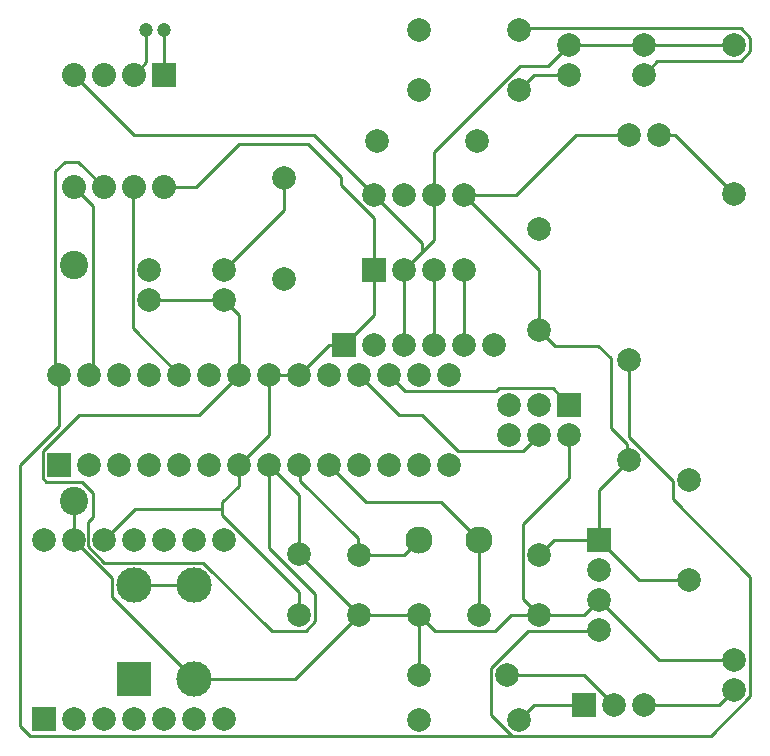
<source format=gtl>
G04*
G04 #@! TF.GenerationSoftware,Altium Limited,Altium Designer,21.7.2 (23)*
G04*
G04 Layer_Physical_Order=1*
G04 Layer_Color=255*
%FSLAX25Y25*%
%MOIN*%
G70*
G04*
G04 #@! TF.SameCoordinates,C51BEDBB-060F-461C-9832-C8CE4485BB52*
G04*
G04*
G04 #@! TF.FilePolarity,Positive*
G04*
G01*
G75*
%ADD11C,0.01000*%
%ADD22C,0.04724*%
%ADD23R,0.07874X0.07874*%
%ADD24C,0.07874*%
%ADD25C,0.09449*%
%ADD26C,0.09055*%
%ADD27R,0.11811X0.11811*%
%ADD28C,0.11811*%
%ADD29C,0.08000*%
%ADD30R,0.08000X0.08000*%
%ADD31R,0.07874X0.07874*%
D11*
X-248000Y95000D02*
X-235000Y108000D01*
Y125000D01*
X-248000Y7828D02*
Y95000D01*
Y7828D02*
X-244586Y4414D01*
X-244437Y4563D01*
X-83788D01*
X-125000Y125000D02*
X-119563Y119563D01*
X-89282D01*
X-88408Y120437D01*
X-70437D01*
X-65000Y115000D01*
X-75000Y140000D02*
X-69550Y134549D01*
X-55135D01*
X-51000Y107396D02*
Y130414D01*
X-55135Y134549D02*
X-51000Y130414D01*
X-45576Y97112D02*
Y101972D01*
Y97112D02*
X-45000Y96535D01*
X-51000Y107396D02*
X-45576Y101972D01*
X-75000Y140000D02*
Y160000D01*
X-100000Y185000D02*
X-75000Y160000D01*
X-160000Y180000D02*
Y190465D01*
X-180000Y160000D02*
X-160000Y180000D01*
X-141000Y188311D02*
X-130000Y177311D01*
Y160000D02*
Y177311D01*
X-141000Y188311D02*
Y191000D01*
X-152000Y202000D02*
X-141000Y191000D01*
X-174875Y202000D02*
X-152000D01*
X-189375Y187500D02*
X-174875Y202000D01*
X-200000Y187500D02*
X-189375D01*
X-113935Y111624D02*
X-101874Y99563D01*
X-135000Y125000D02*
X-121624Y111624D01*
X-80437Y99563D02*
X-75000Y105000D01*
X-101874Y99563D02*
X-80437D01*
X-121624Y111624D02*
X-113935D01*
X-189921Y23504D02*
X-156417D01*
X-135000Y44921D01*
X-55516Y39484D02*
X-55000Y40000D01*
X-78677Y39484D02*
X-55516D01*
X-90909Y27252D02*
X-78677Y39484D01*
X-90909Y11685D02*
Y27252D01*
Y11685D02*
X-83788Y4563D01*
X-17748D01*
X-4563Y17748D01*
Y57725D01*
X-30437Y83599D02*
X-4563Y57725D01*
X-30437Y83599D02*
Y89662D01*
X-45000Y104225D02*
X-30437Y89662D01*
X-45000Y104225D02*
Y130000D01*
X-130000Y145000D02*
Y160000D01*
X-140000Y135000D02*
X-130000Y145000D01*
X-188379Y111621D02*
X-175000Y125000D01*
X-228374Y111621D02*
X-188379D01*
X-240437Y99558D02*
X-228374Y111621D01*
X-240437Y90442D02*
Y99558D01*
Y90442D02*
X-239220Y89224D01*
X-227422D01*
X-223776Y85578D01*
Y77494D02*
Y85578D01*
X-225437Y75832D02*
X-223776Y77494D01*
X-225437Y67748D02*
Y75832D01*
Y67748D02*
X-220095Y62406D01*
X-186854D01*
X-164011Y39563D01*
X-152748D01*
X-149563Y42748D01*
Y51953D01*
X-165000Y67390D02*
X-149563Y51953D01*
X-165000Y67390D02*
Y95000D01*
X-100000Y135000D02*
Y160000D01*
X-110000Y135000D02*
Y160000D01*
X-120000Y135000D02*
Y160000D01*
X-110000Y185000D02*
Y199224D01*
X-81256Y227968D01*
X-72032D01*
X-65000Y235000D01*
X-76535Y225000D02*
X-65000D01*
X-81535Y220000D02*
X-76535Y225000D01*
X-81098Y240437D02*
X-7748D01*
X-4563Y237252D01*
X-81535Y240000D02*
X-81098Y240437D01*
X-4563Y232748D02*
Y237252D01*
X-7779Y229532D02*
X-4563Y232748D01*
X-35468Y229532D02*
X-7779D01*
X-40000Y225000D02*
X-35468Y229532D01*
X-65000Y235000D02*
X-40000D01*
X-10000D01*
X-29563Y204957D02*
X-10000Y185394D01*
X-35000Y205000D02*
X-34957Y204957D01*
X-29563D01*
X-82500Y185000D02*
X-62500Y205000D01*
X-100000Y185000D02*
X-82500D01*
X-62500Y205000D02*
X-45000D01*
X-120000Y185000D02*
Y185760D01*
X-114000Y166000D02*
X-110000Y170000D01*
X-120000Y160000D02*
X-114000Y166000D01*
X-130000Y185000D02*
X-114000Y169000D01*
Y166000D02*
Y169000D01*
X-110000Y170000D02*
Y185000D01*
X-210437Y140437D02*
X-195000Y125000D01*
X-210437Y140437D02*
Y187063D01*
X-210000Y187500D01*
X-149988Y204988D02*
X-130000Y185000D01*
X-209988Y204988D02*
X-149988D01*
X-230000Y225000D02*
X-209988Y204988D01*
X-225000Y125000D02*
X-223776Y126224D01*
Y181276D01*
X-230000Y187500D02*
X-223776Y181276D01*
X-228500Y196000D02*
X-220000Y187500D01*
X-233000Y196000D02*
X-228500D01*
X-236224Y192776D02*
X-233000Y196000D01*
X-236224Y126224D02*
Y192776D01*
Y126224D02*
X-235000Y125000D01*
X-155000D02*
X-145000Y135000D01*
X-140000D01*
X-95000Y45000D02*
Y70000D01*
X-115039Y44961D02*
X-109642Y39563D01*
X-115079Y45000D02*
X-115039Y44961D01*
X-84377Y44921D02*
X-75000D01*
X-89735Y39563D02*
X-84377Y44921D01*
X-109642Y39563D02*
X-89735D01*
X-80437Y50358D02*
X-75000Y44921D01*
X-80437Y75225D02*
X-65000Y90662D01*
X-80437Y50358D02*
Y75225D01*
X-65000Y90662D02*
Y105000D01*
X-55000Y70000D02*
Y86535D01*
X-45000Y96535D01*
X-75000Y65000D02*
X-70000Y70000D01*
X-55000D01*
X-41535Y56535D01*
X-25000D01*
X-60079Y44921D02*
X-55000Y50000D01*
X-75000Y44921D02*
X-60079D01*
X-35000Y30000D02*
X-10000D01*
X-55000Y50000D02*
X-35000Y30000D01*
X-40000Y15000D02*
X-15000D01*
X-10000Y20000D01*
X-60000Y25000D02*
X-50000Y15000D01*
X-85472Y25000D02*
X-60000D01*
X-81535Y10000D02*
X-76535Y15000D01*
X-60000D01*
X-115039Y25039D02*
Y44961D01*
Y25039D02*
X-115000Y25000D01*
X-135000Y44921D02*
X-134961Y44961D01*
X-115118D02*
X-115079Y45000D01*
X-134961Y44961D02*
X-115118D01*
X-135000Y65000D02*
X-120079D01*
X-115079Y70000D01*
X-210000Y55000D02*
X-189921D01*
X-210000Y225000D02*
X-205906Y229095D01*
Y240000D01*
X-200000Y225000D02*
Y240000D01*
X-205000Y150000D02*
X-180000D01*
X-175000Y145000D01*
Y125000D02*
Y145000D01*
X-107500Y82500D02*
X-95000Y70000D01*
X-132500Y82500D02*
X-107500D01*
X-145000Y95000D02*
X-132500Y82500D01*
X-154563Y89563D02*
Y94563D01*
X-135437Y65437D02*
X-135000Y65000D01*
X-155000Y95000D02*
X-154563Y94563D01*
Y89563D02*
X-135437Y70437D01*
Y65437D02*
Y70437D01*
X-165000Y95000D02*
X-155000Y85000D01*
Y65079D02*
Y85000D01*
Y65000D02*
X-135000Y45000D01*
X-155000Y65000D02*
Y65079D01*
X-135000Y44921D02*
Y45000D01*
X-217406Y50988D02*
Y57406D01*
X-230000Y70000D02*
X-217406Y57406D01*
Y50988D02*
X-189921Y23504D01*
X-230000Y70000D02*
Y83000D01*
X-180586Y80345D02*
Y82414D01*
Y78275D02*
Y80345D01*
X-220000Y70000D02*
X-209655Y80345D01*
X-180586D01*
Y78275D02*
X-155000Y52689D01*
X-180586Y82414D02*
X-175000Y88000D01*
X-155000Y45000D02*
Y52689D01*
X-175000Y88000D02*
Y95000D01*
X-165000Y105000D01*
Y125000D01*
X-155000D01*
D22*
X-200000Y240000D02*
D03*
X-205906D02*
D03*
D23*
X-60000Y15000D02*
D03*
X-65000Y115000D02*
D03*
X-235000Y95000D02*
D03*
X-240000Y10158D02*
D03*
X-140000Y135000D02*
D03*
X-130000Y160000D02*
D03*
D24*
X-50000Y15000D02*
D03*
X-40000D02*
D03*
X-10000Y185394D02*
D03*
Y235000D02*
D03*
X-85000Y105000D02*
D03*
X-75000D02*
D03*
X-65000D02*
D03*
X-85000Y115000D02*
D03*
X-75000D02*
D03*
X-45000Y205000D02*
D03*
X-35000D02*
D03*
X-225000Y95000D02*
D03*
X-215000D02*
D03*
X-205000D02*
D03*
X-195000D02*
D03*
X-185000D02*
D03*
X-175000D02*
D03*
X-165000D02*
D03*
X-155000D02*
D03*
X-145000D02*
D03*
X-135000D02*
D03*
X-125000D02*
D03*
X-115000D02*
D03*
X-105000D02*
D03*
X-235000Y125000D02*
D03*
X-225000D02*
D03*
X-215000D02*
D03*
X-205000D02*
D03*
X-195000D02*
D03*
X-185000D02*
D03*
X-175000D02*
D03*
X-165000D02*
D03*
X-155000D02*
D03*
X-145000D02*
D03*
X-135000D02*
D03*
X-125000D02*
D03*
X-115000D02*
D03*
X-105000D02*
D03*
X-180000Y70000D02*
D03*
X-190000D02*
D03*
X-200000D02*
D03*
X-210000D02*
D03*
X-220000D02*
D03*
X-230000D02*
D03*
X-240000D02*
D03*
X-180000Y10158D02*
D03*
X-190000D02*
D03*
X-200000D02*
D03*
X-210000D02*
D03*
X-220000D02*
D03*
X-230000D02*
D03*
X-115000Y25000D02*
D03*
X-85472D02*
D03*
X-10000Y20000D02*
D03*
Y30000D02*
D03*
X-205000Y160000D02*
D03*
Y150000D02*
D03*
X-180000Y160000D02*
D03*
Y150000D02*
D03*
X-40000Y225000D02*
D03*
Y235000D02*
D03*
X-65000Y225000D02*
D03*
Y235000D02*
D03*
X-25000Y56535D02*
D03*
Y90000D02*
D03*
X-81535Y10000D02*
D03*
X-115000D02*
D03*
X-95535Y203000D02*
D03*
X-129000D02*
D03*
X-160000Y157000D02*
D03*
Y190465D02*
D03*
X-81535Y220000D02*
D03*
X-115000D02*
D03*
X-81535Y240000D02*
D03*
X-115000D02*
D03*
X-45000Y130000D02*
D03*
Y96535D02*
D03*
X-75000Y173465D02*
D03*
Y140000D02*
D03*
X-135000Y65000D02*
D03*
Y44921D02*
D03*
X-115079Y45000D02*
D03*
X-95000D02*
D03*
X-75000Y65000D02*
D03*
Y44921D02*
D03*
X-155000Y65079D02*
D03*
Y45000D02*
D03*
X-100000Y185000D02*
D03*
X-110000D02*
D03*
X-120000D02*
D03*
X-130000D02*
D03*
X-90000Y135000D02*
D03*
X-100000D02*
D03*
X-110000D02*
D03*
X-120000D02*
D03*
X-130000D02*
D03*
X-100000Y160000D02*
D03*
X-110000D02*
D03*
X-120000D02*
D03*
X-55000Y60000D02*
D03*
Y50000D02*
D03*
Y40000D02*
D03*
D25*
X-230000Y161740D02*
D03*
Y83000D02*
D03*
D26*
X-95000Y70000D02*
D03*
X-115079D02*
D03*
D27*
X-210000Y23504D02*
D03*
D28*
X-189921D02*
D03*
X-210000Y55000D02*
D03*
X-189921D02*
D03*
D29*
X-230000Y187500D02*
D03*
X-220000D02*
D03*
X-210000D02*
D03*
X-200000D02*
D03*
X-230000Y225000D02*
D03*
X-220000D02*
D03*
X-210000D02*
D03*
D30*
X-200000D02*
D03*
D31*
X-55000Y70000D02*
D03*
M02*

</source>
